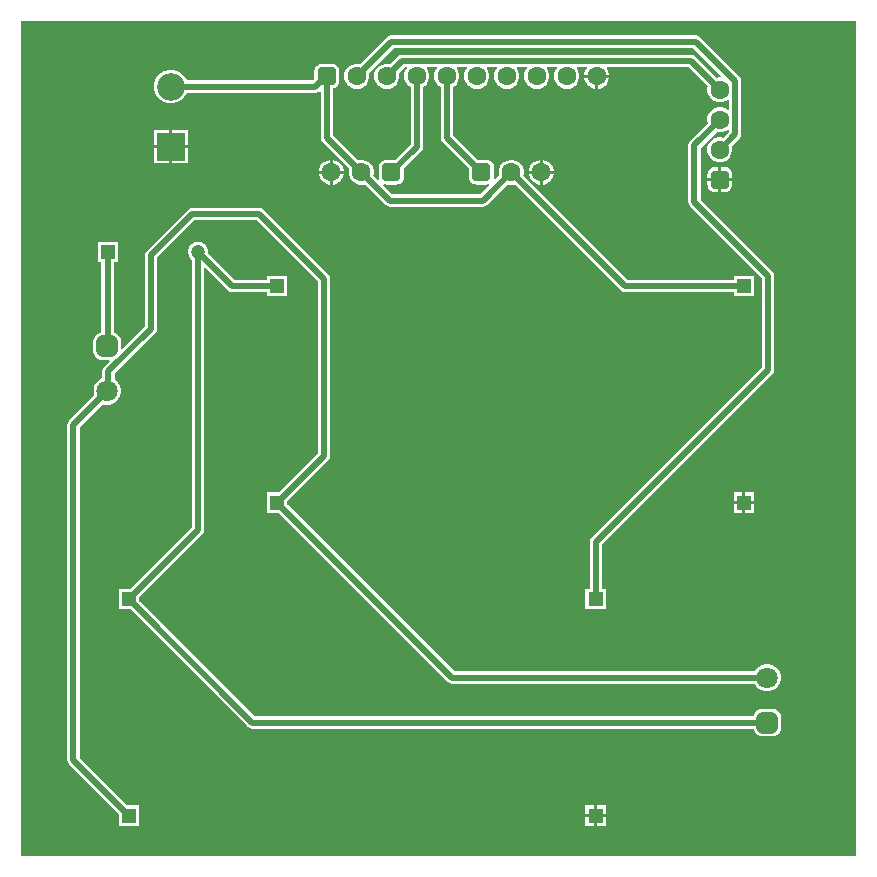
<source format=gbr>
%TF.GenerationSoftware,Altium Limited,Altium Designer,24.10.1 (45)*%
G04 Layer_Physical_Order=2*
G04 Layer_Color=16711680*
%FSLAX45Y45*%
%MOMM*%
%TF.SameCoordinates,60A24816-13A2-4E53-95B9-A8CDB98880B0*%
%TF.FilePolarity,Positive*%
%TF.FileFunction,Copper,L2,Bot,Signal*%
%TF.Part,Single*%
G01*
G75*
%TA.AperFunction,Conductor*%
%ADD10C,0.50800*%
%TA.AperFunction,ComponentPad*%
%ADD11R,1.24000X1.24000*%
%ADD12R,1.20000X1.20000*%
%ADD13C,1.20000*%
%ADD14C,2.35000*%
%ADD15R,2.35000X2.35000*%
G04:AMPARAMS|DCode=16|XSize=1.6mm|YSize=1.6mm|CornerRadius=0.4mm|HoleSize=0mm|Usage=FLASHONLY|Rotation=180.000|XOffset=0mm|YOffset=0mm|HoleType=Round|Shape=RoundedRectangle|*
%AMROUNDEDRECTD16*
21,1,1.60000,0.80000,0,0,180.0*
21,1,0.80000,1.60000,0,0,180.0*
1,1,0.80000,-0.40000,0.40000*
1,1,0.80000,0.40000,0.40000*
1,1,0.80000,0.40000,-0.40000*
1,1,0.80000,-0.40000,-0.40000*
%
%ADD16ROUNDEDRECTD16*%
%ADD17C,1.60000*%
%ADD18C,1.80000*%
G04:AMPARAMS|DCode=19|XSize=1.8mm|YSize=1.8mm|CornerRadius=0.45mm|HoleSize=0mm|Usage=FLASHONLY|Rotation=90.000|XOffset=0mm|YOffset=0mm|HoleType=Round|Shape=RoundedRectangle|*
%AMROUNDEDRECTD19*
21,1,1.80000,0.90000,0,0,90.0*
21,1,0.90000,1.80000,0,0,90.0*
1,1,0.90000,0.45000,0.45000*
1,1,0.90000,0.45000,-0.45000*
1,1,0.90000,-0.45000,-0.45000*
1,1,0.90000,-0.45000,0.45000*
%
%ADD19ROUNDEDRECTD19*%
G04:AMPARAMS|DCode=20|XSize=1.6mm|YSize=1.6mm|CornerRadius=0.4mm|HoleSize=0mm|Usage=FLASHONLY|Rotation=90.000|XOffset=0mm|YOffset=0mm|HoleType=Round|Shape=RoundedRectangle|*
%AMROUNDEDRECTD20*
21,1,1.60000,0.80000,0,0,90.0*
21,1,0.80000,1.60000,0,0,90.0*
1,1,0.80000,0.40000,0.40000*
1,1,0.80000,0.40000,-0.40000*
1,1,0.80000,-0.40000,-0.40000*
1,1,0.80000,-0.40000,0.40000*
%
%ADD20ROUNDEDRECTD20*%
G36*
X7073900Y0D02*
X0D01*
Y7073900D01*
X7073900D01*
Y0D01*
D02*
G37*
%LPC*%
G36*
X3136900Y6947895D02*
X3117079Y6943953D01*
X3100275Y6932725D01*
X2873088Y6705538D01*
X2858676Y6709400D01*
X2830924D01*
X2804117Y6702217D01*
X2780083Y6688341D01*
X2760459Y6668717D01*
X2746583Y6644683D01*
X2739400Y6617876D01*
Y6590124D01*
X2746583Y6563317D01*
X2760459Y6539283D01*
X2780083Y6519659D01*
X2804117Y6505783D01*
X2830924Y6498600D01*
X2858676D01*
X2885483Y6505783D01*
X2909517Y6519659D01*
X2929141Y6539283D01*
X2943017Y6563317D01*
X2950200Y6590124D01*
Y6617876D01*
X2946338Y6632288D01*
X3158354Y6844305D01*
X5693546D01*
X5930051Y6607800D01*
X5924790Y6595100D01*
X5904324D01*
X5889912Y6591238D01*
X5709725Y6771425D01*
X5692921Y6782653D01*
X5673100Y6786595D01*
X3229600D01*
X3209779Y6782653D01*
X3192975Y6771425D01*
X3127088Y6705538D01*
X3112676Y6709400D01*
X3084924D01*
X3058117Y6702217D01*
X3034083Y6688341D01*
X3014459Y6668717D01*
X3000583Y6644683D01*
X2993400Y6617876D01*
Y6590124D01*
X3000583Y6563317D01*
X3014459Y6539283D01*
X3034083Y6519659D01*
X3058117Y6505783D01*
X3084924Y6498600D01*
X3112676D01*
X3139483Y6505783D01*
X3163517Y6519659D01*
X3183141Y6539283D01*
X3197017Y6563317D01*
X3204200Y6590124D01*
Y6617876D01*
X3200338Y6632288D01*
X3251054Y6683005D01*
X3266153D01*
X3271014Y6671272D01*
X3268459Y6668717D01*
X3254583Y6644683D01*
X3247400Y6617876D01*
Y6590124D01*
X3254583Y6563317D01*
X3268459Y6539283D01*
X3288083Y6519659D01*
X3301005Y6512199D01*
Y6028554D01*
X3169615Y5897164D01*
X3096900D01*
X3079827Y5894917D01*
X3063918Y5888327D01*
X3050256Y5877844D01*
X3039773Y5864182D01*
X3033183Y5848273D01*
X3030936Y5831200D01*
Y5751200D01*
X3033183Y5734127D01*
X3034598Y5730712D01*
X3023831Y5723518D01*
X2984438Y5762912D01*
X2988300Y5777324D01*
Y5805076D01*
X2981117Y5831883D01*
X2967241Y5855917D01*
X2947617Y5875541D01*
X2923583Y5889417D01*
X2896776Y5896600D01*
X2869024D01*
X2854612Y5892738D01*
X2642595Y6104754D01*
Y6499589D01*
X2647873Y6500283D01*
X2663782Y6506873D01*
X2677444Y6517356D01*
X2687927Y6531018D01*
X2694517Y6546927D01*
X2696764Y6564000D01*
Y6644000D01*
X2694517Y6661073D01*
X2687927Y6676982D01*
X2677444Y6690644D01*
X2663782Y6701127D01*
X2647873Y6707717D01*
X2630800Y6709964D01*
X2550800D01*
X2533727Y6707717D01*
X2517818Y6701127D01*
X2504156Y6690644D01*
X2493673Y6676982D01*
X2487083Y6661073D01*
X2484836Y6644000D01*
Y6579187D01*
X2472544Y6566895D01*
X1404062D01*
X1403162Y6570257D01*
X1384349Y6602843D01*
X1357743Y6629449D01*
X1325157Y6648262D01*
X1288813Y6658000D01*
X1251187D01*
X1214843Y6648262D01*
X1182257Y6629449D01*
X1155651Y6602843D01*
X1136838Y6570257D01*
X1127100Y6533913D01*
Y6496287D01*
X1136838Y6459943D01*
X1155651Y6427357D01*
X1182257Y6400751D01*
X1214843Y6381938D01*
X1251187Y6372200D01*
X1288813D01*
X1325157Y6381938D01*
X1357743Y6400751D01*
X1384349Y6427357D01*
X1403162Y6459943D01*
X1404062Y6463305D01*
X2493999D01*
X2513820Y6467247D01*
X2526305Y6475590D01*
X2539005Y6469899D01*
Y6083300D01*
X2542947Y6063479D01*
X2554175Y6046675D01*
X2781362Y5819488D01*
X2777500Y5805076D01*
Y5777324D01*
X2784683Y5750517D01*
X2798559Y5726483D01*
X2818183Y5706859D01*
X2842217Y5692983D01*
X2869024Y5685800D01*
X2896776D01*
X2911188Y5689662D01*
X3087575Y5513275D01*
X3104379Y5502047D01*
X3124200Y5498105D01*
X3911600D01*
X3931421Y5502047D01*
X3948225Y5513275D01*
X4124612Y5689662D01*
X4139024Y5685800D01*
X4166776D01*
X4181188Y5689662D01*
X5081475Y4789376D01*
X5081475Y4789375D01*
X5098279Y4778147D01*
X5118100Y4774205D01*
X5118101Y4774205D01*
X6034000D01*
Y4738600D01*
X6208800D01*
Y4913400D01*
X6034000D01*
Y4877795D01*
X5139554D01*
X4254438Y5762912D01*
X4258300Y5777324D01*
Y5805076D01*
X4251117Y5831883D01*
X4237241Y5855917D01*
X4217617Y5875541D01*
X4193583Y5889417D01*
X4166776Y5896600D01*
X4139024D01*
X4112217Y5889417D01*
X4088183Y5875541D01*
X4068559Y5855917D01*
X4054683Y5831883D01*
X4047500Y5805076D01*
Y5777324D01*
X4051362Y5762912D01*
X4011969Y5723518D01*
X4001202Y5730712D01*
X4002617Y5734127D01*
X4004864Y5751200D01*
Y5831200D01*
X4002617Y5848273D01*
X3996027Y5864182D01*
X3985544Y5877844D01*
X3971882Y5888327D01*
X3955973Y5894917D01*
X3938900Y5897164D01*
X3866185D01*
X3658595Y6104754D01*
Y6512199D01*
X3671517Y6519659D01*
X3691141Y6539283D01*
X3705017Y6563317D01*
X3712200Y6590124D01*
Y6617876D01*
X3705017Y6644683D01*
X3691141Y6668717D01*
X3688586Y6671272D01*
X3693447Y6683005D01*
X3774153D01*
X3779014Y6671272D01*
X3776459Y6668717D01*
X3762583Y6644683D01*
X3755400Y6617876D01*
Y6590124D01*
X3762583Y6563317D01*
X3776459Y6539283D01*
X3796083Y6519659D01*
X3820117Y6505783D01*
X3846924Y6498600D01*
X3874676D01*
X3901483Y6505783D01*
X3925517Y6519659D01*
X3945141Y6539283D01*
X3959017Y6563317D01*
X3966200Y6590124D01*
Y6617876D01*
X3959017Y6644683D01*
X3945141Y6668717D01*
X3942586Y6671272D01*
X3947447Y6683005D01*
X4028153D01*
X4033014Y6671272D01*
X4030459Y6668717D01*
X4016583Y6644683D01*
X4009400Y6617876D01*
Y6590124D01*
X4016583Y6563317D01*
X4030459Y6539283D01*
X4050083Y6519659D01*
X4074117Y6505783D01*
X4100924Y6498600D01*
X4128676D01*
X4155483Y6505783D01*
X4179517Y6519659D01*
X4199141Y6539283D01*
X4213017Y6563317D01*
X4220200Y6590124D01*
Y6617876D01*
X4213017Y6644683D01*
X4199141Y6668717D01*
X4196586Y6671272D01*
X4201447Y6683005D01*
X4282153D01*
X4287014Y6671272D01*
X4284459Y6668717D01*
X4270583Y6644683D01*
X4263400Y6617876D01*
Y6590124D01*
X4270583Y6563317D01*
X4284459Y6539283D01*
X4304083Y6519659D01*
X4328117Y6505783D01*
X4354924Y6498600D01*
X4382676D01*
X4409483Y6505783D01*
X4433517Y6519659D01*
X4453141Y6539283D01*
X4467017Y6563317D01*
X4474200Y6590124D01*
Y6617876D01*
X4467017Y6644683D01*
X4453141Y6668717D01*
X4450586Y6671272D01*
X4455447Y6683005D01*
X4536153D01*
X4541014Y6671272D01*
X4538459Y6668717D01*
X4524583Y6644683D01*
X4517400Y6617876D01*
Y6590124D01*
X4524583Y6563317D01*
X4538459Y6539283D01*
X4558083Y6519659D01*
X4582117Y6505783D01*
X4608924Y6498600D01*
X4636676D01*
X4663483Y6505783D01*
X4687517Y6519659D01*
X4707141Y6539283D01*
X4721017Y6563317D01*
X4728200Y6590124D01*
Y6617876D01*
X4721017Y6644683D01*
X4707141Y6668717D01*
X4704586Y6671272D01*
X4709447Y6683005D01*
X4790153D01*
X4795014Y6671272D01*
X4792459Y6668717D01*
X4778583Y6644683D01*
X4771400Y6617876D01*
Y6616700D01*
X4982200D01*
Y6617876D01*
X4975017Y6644683D01*
X4961141Y6668717D01*
X4958586Y6671272D01*
X4963447Y6683005D01*
X5651646D01*
X5816662Y6517988D01*
X5812800Y6503576D01*
Y6475824D01*
X5819983Y6449017D01*
X5833859Y6424983D01*
X5853483Y6405359D01*
X5877517Y6391483D01*
X5904324Y6384300D01*
X5932076D01*
X5958883Y6391483D01*
X5982917Y6405359D01*
X5985472Y6407914D01*
X5997205Y6403053D01*
Y6322347D01*
X5985472Y6317486D01*
X5982917Y6320041D01*
X5958883Y6333917D01*
X5932076Y6341100D01*
X5904324D01*
X5877517Y6333917D01*
X5853483Y6320041D01*
X5833859Y6300417D01*
X5819983Y6276383D01*
X5812800Y6249576D01*
Y6221824D01*
X5816662Y6207411D01*
X5665675Y6056425D01*
X5654447Y6039621D01*
X5650505Y6019800D01*
Y5537200D01*
X5654447Y5517379D01*
X5665675Y5500575D01*
X6272805Y4893446D01*
Y4136254D01*
X4830015Y2693465D01*
X4818787Y2676661D01*
X4814845Y2656840D01*
Y2264180D01*
X4779240D01*
Y2089380D01*
X4954040D01*
Y2264180D01*
X4918435D01*
Y2635386D01*
X6361225Y4078175D01*
X6372453Y4094979D01*
X6376395Y4114800D01*
Y4914900D01*
X6372453Y4934721D01*
X6361225Y4951525D01*
X5754095Y5558654D01*
Y5998346D01*
X5889911Y6134162D01*
X5904324Y6130300D01*
X5932076D01*
X5958883Y6137483D01*
X5982917Y6151359D01*
X5985472Y6153914D01*
X5997205Y6149053D01*
Y6133954D01*
X5946488Y6083238D01*
X5932076Y6087100D01*
X5904324D01*
X5877517Y6079917D01*
X5853483Y6066041D01*
X5833859Y6046417D01*
X5819983Y6022383D01*
X5812800Y5995576D01*
Y5967824D01*
X5819983Y5941017D01*
X5833859Y5916983D01*
X5853483Y5897359D01*
X5877517Y5883483D01*
X5904324Y5876300D01*
X5932076D01*
X5958883Y5883483D01*
X5982917Y5897359D01*
X6002541Y5916983D01*
X6016417Y5941017D01*
X6023600Y5967824D01*
Y5995576D01*
X6019738Y6009988D01*
X6085625Y6075875D01*
X6096853Y6092679D01*
X6100795Y6112500D01*
Y6562099D01*
X6100796Y6562100D01*
X6096853Y6581921D01*
X6085625Y6598725D01*
X5751625Y6932725D01*
X5734821Y6943953D01*
X5715000Y6947895D01*
X3136901D01*
X3136900Y6947895D01*
D02*
G37*
G36*
X4982200Y6591300D02*
X4889500D01*
Y6498600D01*
X4890676D01*
X4917483Y6505783D01*
X4941517Y6519659D01*
X4961141Y6539283D01*
X4975017Y6563317D01*
X4982200Y6590124D01*
Y6591300D01*
D02*
G37*
G36*
X4864100D02*
X4771400D01*
Y6590124D01*
X4778583Y6563317D01*
X4792459Y6539283D01*
X4812083Y6519659D01*
X4836117Y6505783D01*
X4862924Y6498600D01*
X4864100D01*
Y6591300D01*
D02*
G37*
G36*
X1412900Y6150000D02*
X1282700D01*
Y6019800D01*
X1412900D01*
Y6150000D01*
D02*
G37*
G36*
X1257300D02*
X1127100D01*
Y6019800D01*
X1257300D01*
Y6150000D01*
D02*
G37*
G36*
X1412900Y5994400D02*
X1282700D01*
Y5864200D01*
X1412900D01*
Y5994400D01*
D02*
G37*
G36*
X1257300D02*
X1127100D01*
Y5864200D01*
X1257300D01*
Y5994400D01*
D02*
G37*
G36*
X2642776Y5896600D02*
X2641600D01*
Y5803900D01*
X2734300D01*
Y5805076D01*
X2727117Y5831883D01*
X2713241Y5855917D01*
X2693617Y5875541D01*
X2669583Y5889417D01*
X2642776Y5896600D01*
D02*
G37*
G36*
X4420776D02*
X4419600D01*
Y5803900D01*
X4512300D01*
Y5805076D01*
X4505117Y5831883D01*
X4491241Y5855917D01*
X4471617Y5875541D01*
X4447583Y5889417D01*
X4420776Y5896600D01*
D02*
G37*
G36*
X4394200D02*
X4393024D01*
X4366217Y5889417D01*
X4342183Y5875541D01*
X4322559Y5855917D01*
X4308683Y5831883D01*
X4301500Y5805076D01*
Y5803900D01*
X4394200D01*
Y5896600D01*
D02*
G37*
G36*
X2616200D02*
X2615024D01*
X2588217Y5889417D01*
X2564183Y5875541D01*
X2544559Y5855917D01*
X2530683Y5831883D01*
X2523500Y5805076D01*
Y5803900D01*
X2616200D01*
Y5896600D01*
D02*
G37*
G36*
X5958200Y5833664D02*
X5930900D01*
Y5740400D01*
X6024164D01*
Y5767700D01*
X6021917Y5784773D01*
X6015327Y5800682D01*
X6004844Y5814344D01*
X5991182Y5824827D01*
X5975273Y5831417D01*
X5958200Y5833664D01*
D02*
G37*
G36*
X5905500D02*
X5878200D01*
X5861127Y5831417D01*
X5845218Y5824827D01*
X5831556Y5814344D01*
X5821073Y5800682D01*
X5814483Y5784773D01*
X5812236Y5767700D01*
Y5740400D01*
X5905500D01*
Y5833664D01*
D02*
G37*
G36*
X4512300Y5778500D02*
X4419600D01*
Y5685800D01*
X4420776D01*
X4447583Y5692983D01*
X4471617Y5706859D01*
X4491241Y5726483D01*
X4505117Y5750517D01*
X4512300Y5777324D01*
Y5778500D01*
D02*
G37*
G36*
X4394200D02*
X4301500D01*
Y5777324D01*
X4308683Y5750517D01*
X4322559Y5726483D01*
X4342183Y5706859D01*
X4366217Y5692983D01*
X4393024Y5685800D01*
X4394200D01*
Y5778500D01*
D02*
G37*
G36*
X2734300D02*
X2641600D01*
Y5685800D01*
X2642776D01*
X2669583Y5692983D01*
X2693617Y5706859D01*
X2713241Y5726483D01*
X2727117Y5750517D01*
X2734300Y5777324D01*
Y5778500D01*
D02*
G37*
G36*
X2616200D02*
X2523500D01*
Y5777324D01*
X2530683Y5750517D01*
X2544559Y5726483D01*
X2564183Y5706859D01*
X2588217Y5692983D01*
X2615024Y5685800D01*
X2616200D01*
Y5778500D01*
D02*
G37*
G36*
X6024164Y5715000D02*
X5930900D01*
Y5621736D01*
X5958200D01*
X5975273Y5623983D01*
X5991182Y5630573D01*
X6004844Y5641056D01*
X6015327Y5654718D01*
X6021917Y5670627D01*
X6024164Y5687700D01*
Y5715000D01*
D02*
G37*
G36*
X5905500D02*
X5812236D01*
Y5687700D01*
X5814483Y5670627D01*
X5821073Y5654718D01*
X5831556Y5641056D01*
X5845218Y5630573D01*
X5861127Y5623983D01*
X5878200Y5621736D01*
X5905500D01*
Y5715000D01*
D02*
G37*
G36*
X1510143Y5203500D02*
X1487657D01*
X1465937Y5197680D01*
X1446463Y5186437D01*
X1430563Y5170537D01*
X1419320Y5151063D01*
X1413500Y5129343D01*
Y5106857D01*
X1419320Y5085137D01*
X1430563Y5065663D01*
X1446463Y5049763D01*
X1447105Y5049393D01*
Y2782734D01*
X928550Y2264180D01*
X827000D01*
Y2089380D01*
X928550D01*
X1924280Y1093651D01*
X1941083Y1082423D01*
X1960904Y1078480D01*
X1960906Y1078480D01*
X6203003D01*
X6204528Y1066898D01*
X6211622Y1049772D01*
X6222906Y1035066D01*
X6237612Y1023782D01*
X6254738Y1016688D01*
X6273116Y1014268D01*
X6363116D01*
X6381494Y1016688D01*
X6398620Y1023782D01*
X6413326Y1035066D01*
X6424610Y1049772D01*
X6431704Y1066898D01*
X6434123Y1085276D01*
Y1175276D01*
X6431704Y1193654D01*
X6424610Y1210779D01*
X6413326Y1225485D01*
X6398620Y1236770D01*
X6381494Y1243863D01*
X6363116Y1246283D01*
X6273116D01*
X6254738Y1243863D01*
X6237612Y1236770D01*
X6222906Y1225485D01*
X6211622Y1210779D01*
X6204528Y1193654D01*
X6203003Y1182071D01*
X1982359D01*
X1001800Y2162630D01*
Y2190930D01*
X1535525Y2724655D01*
X1546753Y2741459D01*
X1550695Y2761280D01*
Y4976462D01*
X1562428Y4981322D01*
X1754375Y4789375D01*
X1771179Y4778147D01*
X1791000Y4774205D01*
X1791001Y4774205D01*
X2081760D01*
Y4738600D01*
X2256560D01*
Y4913400D01*
X2081760D01*
Y4877795D01*
X1812454D01*
X1584108Y5106141D01*
X1584300Y5106857D01*
Y5129343D01*
X1578480Y5151063D01*
X1567237Y5170537D01*
X1551337Y5186437D01*
X1531863Y5197680D01*
X1510143Y5203500D01*
D02*
G37*
G36*
X6208800Y3079520D02*
X6134100D01*
Y3004820D01*
X6208800D01*
Y3079520D01*
D02*
G37*
G36*
X6108700D02*
X6034000D01*
Y3004820D01*
X6108700D01*
Y3079520D01*
D02*
G37*
G36*
X6208800Y2979420D02*
X6134100D01*
Y2904720D01*
X6208800D01*
Y2979420D01*
D02*
G37*
G36*
X6108700D02*
X6034000D01*
Y2904720D01*
X6108700D01*
Y2979420D01*
D02*
G37*
G36*
X1447800Y5487395D02*
X1427979Y5483453D01*
X1411175Y5472225D01*
X1064828Y5125878D01*
X1053600Y5109074D01*
X1049658Y5089253D01*
Y4485066D01*
X858125Y4293533D01*
X846392Y4298393D01*
Y4363024D01*
X843972Y4381402D01*
X836878Y4398528D01*
X825594Y4413234D01*
X810888Y4424518D01*
X793762Y4431612D01*
X785137Y4432748D01*
Y5032700D01*
X821700D01*
Y5203500D01*
X650900D01*
Y5032700D01*
X681547D01*
Y4433527D01*
X667006Y4431612D01*
X649880Y4424518D01*
X635174Y4413234D01*
X623890Y4398528D01*
X616796Y4381402D01*
X614377Y4363024D01*
Y4273024D01*
X616796Y4254646D01*
X623890Y4237521D01*
X635174Y4222815D01*
X649880Y4211530D01*
X667006Y4204437D01*
X685384Y4202017D01*
X750015D01*
X754876Y4190284D01*
X704441Y4139849D01*
X693213Y4123046D01*
X689271Y4103224D01*
Y4045479D01*
X685841Y4044560D01*
X659527Y4029367D01*
X638041Y4007881D01*
X622849Y3981567D01*
X614984Y3952217D01*
Y3921832D01*
X620681Y3900571D01*
X407875Y3687765D01*
X396647Y3670961D01*
X392705Y3651140D01*
Y812800D01*
X396647Y792979D01*
X407875Y776175D01*
X827000Y357050D01*
Y255500D01*
X1001800D01*
Y430300D01*
X900250D01*
X496295Y834254D01*
Y3629686D01*
X693931Y3827321D01*
X715191Y3821625D01*
X745577D01*
X774927Y3829489D01*
X801241Y3844682D01*
X822727Y3866167D01*
X837920Y3892482D01*
X845784Y3921832D01*
Y3952217D01*
X837920Y3981567D01*
X822727Y4007881D01*
X801241Y4029367D01*
X792861Y4034206D01*
Y4081770D01*
X1138078Y4426987D01*
X1149306Y4443790D01*
X1153248Y4463612D01*
X1153248Y4463613D01*
Y5067799D01*
X1469254Y5383805D01*
X1997846D01*
X2513605Y4868046D01*
Y3409814D01*
X2183310Y3079520D01*
X2081760D01*
Y2904720D01*
X2183310D01*
X3613380Y1474651D01*
X3630183Y1463423D01*
X3650004Y1459480D01*
X6214768D01*
X6225773Y1440419D01*
X6247259Y1418933D01*
X6273573Y1403740D01*
X6302923Y1395876D01*
X6333309D01*
X6362659Y1403740D01*
X6388973Y1418933D01*
X6410459Y1440419D01*
X6425651Y1466733D01*
X6433516Y1496083D01*
Y1526468D01*
X6425651Y1555818D01*
X6410459Y1582133D01*
X6388973Y1603618D01*
X6362659Y1618811D01*
X6333309Y1626675D01*
X6302923D01*
X6273573Y1618811D01*
X6247259Y1603618D01*
X6225773Y1582133D01*
X6214768Y1563071D01*
X3671459D01*
X2256560Y2977970D01*
Y3006270D01*
X2602025Y3351735D01*
X2613253Y3368539D01*
X2617195Y3388360D01*
Y4889500D01*
X2613253Y4909321D01*
X2602025Y4926125D01*
X2055925Y5472225D01*
X2039121Y5483453D01*
X2019300Y5487395D01*
X1447801D01*
X1447800Y5487395D01*
D02*
G37*
G36*
X4954040Y430300D02*
X4879340D01*
Y355600D01*
X4954040D01*
Y430300D01*
D02*
G37*
G36*
X4853940D02*
X4779240D01*
Y355600D01*
X4853940D01*
Y430300D01*
D02*
G37*
G36*
X4954040Y330200D02*
X4879340D01*
Y255500D01*
X4954040D01*
Y330200D01*
D02*
G37*
G36*
X4853940D02*
X4779240D01*
Y255500D01*
X4853940D01*
Y330200D01*
D02*
G37*
%LPD*%
G36*
X3525014Y6671272D02*
X3522459Y6668717D01*
X3508583Y6644683D01*
X3501400Y6617876D01*
Y6590124D01*
X3508583Y6563317D01*
X3522459Y6539283D01*
X3542083Y6519659D01*
X3555005Y6512199D01*
Y6083300D01*
X3558947Y6063479D01*
X3570175Y6046675D01*
X3792936Y5823915D01*
Y5751200D01*
X3795183Y5734127D01*
X3801773Y5718218D01*
X3812256Y5704556D01*
X3825918Y5694073D01*
X3841827Y5687483D01*
X3858900Y5685236D01*
X3938900D01*
X3955973Y5687483D01*
X3959388Y5688898D01*
X3966582Y5678131D01*
X3890146Y5601695D01*
X3145654D01*
X3069218Y5678131D01*
X3076412Y5688898D01*
X3079827Y5687483D01*
X3096900Y5685236D01*
X3176900D01*
X3193973Y5687483D01*
X3209882Y5694073D01*
X3223544Y5704556D01*
X3234027Y5718218D01*
X3240617Y5734127D01*
X3242864Y5751200D01*
Y5823915D01*
X3389424Y5970475D01*
X3389425Y5970475D01*
X3400653Y5987279D01*
X3404595Y6007100D01*
X3404595Y6007101D01*
Y6512199D01*
X3417517Y6519659D01*
X3437141Y6539283D01*
X3451017Y6563317D01*
X3458200Y6590124D01*
Y6617876D01*
X3451017Y6644683D01*
X3437141Y6668717D01*
X3434586Y6671272D01*
X3439447Y6683005D01*
X3520153D01*
X3525014Y6671272D01*
D02*
G37*
D10*
X914400Y2176780D02*
X1960904Y1130276D01*
X6318116D01*
X1498900Y2761280D02*
Y5118100D01*
X914400Y2176780D02*
X1498900Y2761280D01*
X1791000Y4826000D02*
X2169160D01*
X1498900Y5118100D02*
X1791000Y4826000D01*
X3650004Y1511276D02*
X6318116D01*
X2169160Y2992120D02*
X3650004Y1511276D01*
X2169160Y2992120D02*
X2565400Y3388360D01*
Y4889500D01*
X1447800Y5435600D02*
X2019300D01*
X2565400Y4889500D01*
X741066Y4103224D02*
X1101453Y4463612D01*
Y5089253D01*
X1447800Y5435600D01*
X730384Y3937024D02*
X741066Y3947706D01*
Y4103224D01*
X444500Y3651140D02*
X730384Y3937024D01*
X444500Y812800D02*
Y3651140D01*
Y812800D02*
X914400Y342900D01*
X4866640Y2176780D02*
Y2656840D01*
X6324600Y4114800D01*
Y4914900D01*
X5702300Y5537200D02*
X6324600Y4914900D01*
X5702300Y6019800D02*
X5918200Y6235700D01*
X5702300Y5537200D02*
Y6019800D01*
X5715000Y6896100D02*
X6049000Y6562100D01*
Y6112500D02*
Y6562100D01*
X5918200Y5981700D02*
X6049000Y6112500D01*
X3136900Y6896100D02*
X5715000D01*
X2844800Y6604000D02*
X3136900Y6896100D01*
X5673100Y6734800D02*
X5918200Y6489700D01*
X3229600Y6734800D02*
X5673100D01*
X3098800Y6604000D02*
X3229600Y6734800D01*
X4152900Y5791200D02*
X5118100Y4826000D01*
X6121400D01*
X3606800Y6083300D02*
X3898900Y5791200D01*
X3606800Y6083300D02*
Y6604000D01*
X3136900Y5791200D02*
X3352800Y6007100D01*
Y6604000D01*
X3124200Y5549900D02*
X3911600D01*
X4152900Y5791200D01*
X2882900D02*
X3124200Y5549900D01*
X2590800Y6083300D02*
X2882900Y5791200D01*
X2590800Y6083300D02*
Y6604000D01*
X2493999Y6515100D02*
X2582899Y6604000D01*
X1270000Y6515100D02*
X2493999D01*
X2582899Y6604000D02*
X2590800D01*
X733342Y4320982D02*
Y5115142D01*
D11*
X6121400Y2992120D02*
D03*
Y4826000D02*
D03*
X2169160D02*
D03*
X4866640Y2176780D02*
D03*
Y342900D02*
D03*
X2169160Y2992120D02*
D03*
X914400Y342900D02*
D03*
Y2176780D02*
D03*
D12*
X736300Y5118100D02*
D03*
D13*
X1498900D02*
D03*
D14*
X1270000Y6515100D02*
D03*
D15*
Y6007100D02*
D03*
D16*
X3136900Y5791200D02*
D03*
X3898900D02*
D03*
X2590800Y6604000D02*
D03*
D17*
X2882900Y5791200D02*
D03*
X2628900D02*
D03*
X4152900D02*
D03*
X4406900D02*
D03*
X4368800Y6604000D02*
D03*
X4114800D02*
D03*
X3606800D02*
D03*
X3098800D02*
D03*
X2844800D02*
D03*
X3352800D02*
D03*
X3860800D02*
D03*
X4622800D02*
D03*
X4876800D02*
D03*
X5918200Y5981700D02*
D03*
Y6235700D02*
D03*
Y6489700D02*
D03*
D18*
X6318116Y1511276D02*
D03*
X730384Y3937024D02*
D03*
D19*
X6318116Y1130276D02*
D03*
X730384Y4318024D02*
D03*
D20*
X5918200Y5727700D02*
D03*
%TF.MD5,83527ed1bbcc4499c8cb599e5321bf02*%
M02*

</source>
